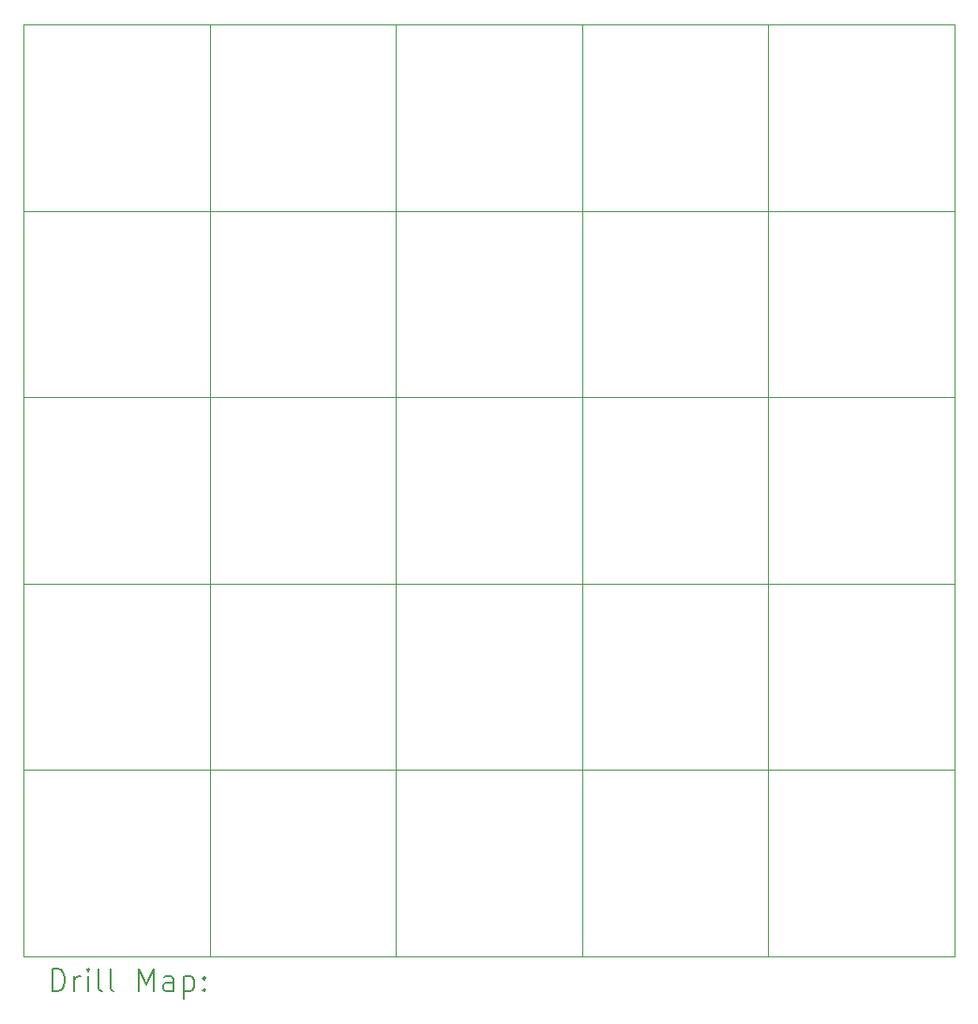
<source format=gbr>
%TF.GenerationSoftware,KiCad,Pcbnew,7.0.9*%
%TF.CreationDate,2024-07-27T16:50:55+02:00*%
%TF.ProjectId,Nutzen,4e75747a-656e-42e6-9b69-6361645f7063,rev?*%
%TF.SameCoordinates,Original*%
%TF.FileFunction,Drillmap*%
%TF.FilePolarity,Positive*%
%FSLAX45Y45*%
G04 Gerber Fmt 4.5, Leading zero omitted, Abs format (unit mm)*
G04 Created by KiCad (PCBNEW 7.0.9) date 2024-07-27 16:50:55*
%MOMM*%
%LPD*%
G01*
G04 APERTURE LIST*
%ADD10C,0.100000*%
%ADD11C,0.200000*%
G04 APERTURE END LIST*
D10*
X11070000Y-6580000D02*
X9390000Y-6580000D01*
X9390000Y-8260000D02*
X11070000Y-8260000D01*
X9390000Y-8260000D02*
X9390000Y-9940000D01*
X11070000Y-11620000D02*
X11070000Y-9940000D01*
X12750000Y-4900000D02*
X14430000Y-4900000D01*
X9390000Y-4900000D02*
X9390000Y-6580000D01*
X7710000Y-4900000D02*
X7710000Y-6580000D01*
X9390000Y-3220000D02*
X7710000Y-3220000D01*
X14430000Y-3220000D02*
X14430000Y-4900000D01*
X11070000Y-8260000D02*
X12750000Y-8260000D01*
X12750000Y-8260000D02*
X12750000Y-6580000D01*
X12750000Y-8260000D02*
X12750000Y-9940000D01*
X12750000Y-9940000D02*
X12750000Y-11620000D01*
X7710000Y-8260000D02*
X7710000Y-9940000D01*
X14430000Y-6580000D02*
X16110000Y-6580000D01*
X14430000Y-6580000D02*
X14430000Y-8260000D01*
X7710000Y-4900000D02*
X9390000Y-4900000D01*
X9390000Y-8260000D02*
X9390000Y-6580000D01*
X7710000Y-8260000D02*
X9390000Y-8260000D01*
X14430000Y-4900000D02*
X14430000Y-3220000D01*
X12750000Y-4900000D02*
X12750000Y-3220000D01*
X11070000Y-4900000D02*
X11070000Y-6580000D01*
X12750000Y-4900000D02*
X11070000Y-4900000D01*
X16110000Y-6580000D02*
X16110000Y-4900000D01*
X11070000Y-9940000D02*
X12750000Y-9940000D01*
X9390000Y-4900000D02*
X7710000Y-4900000D01*
X12750000Y-6580000D02*
X12750000Y-8260000D01*
X11070000Y-6580000D02*
X11070000Y-4900000D01*
X12750000Y-8260000D02*
X14430000Y-8260000D01*
X12750000Y-6580000D02*
X11070000Y-6580000D01*
X12750000Y-3220000D02*
X12750000Y-4900000D01*
X9390000Y-6580000D02*
X9390000Y-4900000D01*
X12750000Y-11620000D02*
X12750000Y-9940000D01*
X14430000Y-8260000D02*
X14430000Y-9940000D01*
X14430000Y-9940000D02*
X12750000Y-9940000D01*
X9390000Y-4900000D02*
X11070000Y-4900000D01*
X16110000Y-3220000D02*
X14430000Y-3220000D01*
X12750000Y-9940000D02*
X11070000Y-9940000D01*
X12750000Y-3220000D02*
X11070000Y-3220000D01*
X12750000Y-4900000D02*
X12750000Y-6580000D01*
X14430000Y-11620000D02*
X14430000Y-9940000D01*
X11070000Y-11620000D02*
X12750000Y-11620000D01*
X9390000Y-3220000D02*
X9390000Y-4900000D01*
X12750000Y-11620000D02*
X14430000Y-11620000D01*
X11070000Y-8260000D02*
X11070000Y-9940000D01*
X16110000Y-4900000D02*
X16110000Y-3220000D01*
X9390000Y-6580000D02*
X11070000Y-6580000D01*
X9390000Y-6580000D02*
X7710000Y-6580000D01*
X16110000Y-6580000D02*
X14430000Y-6580000D01*
X12750000Y-9940000D02*
X14430000Y-9940000D01*
X16110000Y-4900000D02*
X14430000Y-4900000D01*
X11070000Y-6580000D02*
X11070000Y-8260000D01*
X14430000Y-9940000D02*
X14430000Y-8260000D01*
X14430000Y-9940000D02*
X14430000Y-11620000D01*
X9390000Y-8260000D02*
X7710000Y-8260000D01*
X11070000Y-8260000D02*
X11070000Y-6580000D01*
X7710000Y-9940000D02*
X7710000Y-11620000D01*
X7710000Y-9940000D02*
X9390000Y-9940000D01*
X12750000Y-9940000D02*
X12750000Y-8260000D01*
X11070000Y-4900000D02*
X9390000Y-4900000D01*
X14430000Y-8260000D02*
X14430000Y-6580000D01*
X14430000Y-4900000D02*
X16110000Y-4900000D01*
X7710000Y-3220000D02*
X7710000Y-4900000D01*
X14430000Y-6580000D02*
X14430000Y-4900000D01*
X11070000Y-3220000D02*
X9390000Y-3220000D01*
X11070000Y-6580000D02*
X12750000Y-6580000D01*
X9390000Y-9940000D02*
X11070000Y-9940000D01*
X9390000Y-9940000D02*
X7710000Y-9940000D01*
X9390000Y-11620000D02*
X9390000Y-9940000D01*
X14430000Y-9940000D02*
X16110000Y-9940000D01*
X11070000Y-9940000D02*
X9390000Y-9940000D01*
X16110000Y-11620000D02*
X16110000Y-9940000D01*
X12750000Y-6580000D02*
X12750000Y-4900000D01*
X11070000Y-9940000D02*
X11070000Y-11620000D01*
X14430000Y-8260000D02*
X12750000Y-8260000D01*
X14430000Y-3220000D02*
X12750000Y-3220000D01*
X14430000Y-6580000D02*
X12750000Y-6580000D01*
X16110000Y-8260000D02*
X14430000Y-8260000D01*
X12750000Y-6580000D02*
X14430000Y-6580000D01*
X9390000Y-9940000D02*
X9390000Y-8260000D01*
X7710000Y-6580000D02*
X9390000Y-6580000D01*
X16110000Y-9940000D02*
X14430000Y-9940000D01*
X16110000Y-8260000D02*
X16110000Y-6580000D01*
X12750000Y-8260000D02*
X11070000Y-8260000D01*
X11070000Y-3220000D02*
X11070000Y-4900000D01*
X11070000Y-8260000D02*
X9390000Y-8260000D01*
X9390000Y-9940000D02*
X9390000Y-11620000D01*
X7710000Y-11620000D02*
X9390000Y-11620000D01*
X16110000Y-9940000D02*
X16110000Y-8260000D01*
X14430000Y-4900000D02*
X12750000Y-4900000D01*
X14430000Y-11620000D02*
X16110000Y-11620000D01*
X9390000Y-4900000D02*
X9390000Y-3220000D01*
X14430000Y-4900000D02*
X14430000Y-6580000D01*
X7710000Y-6580000D02*
X7710000Y-8260000D01*
X11070000Y-9940000D02*
X11070000Y-8260000D01*
X9390000Y-11620000D02*
X11070000Y-11620000D01*
X14430000Y-8260000D02*
X16110000Y-8260000D01*
X11070000Y-4900000D02*
X12750000Y-4900000D01*
X9390000Y-6580000D02*
X9390000Y-8260000D01*
X11070000Y-4900000D02*
X11070000Y-3220000D01*
D11*
X7965777Y-11936484D02*
X7965777Y-11736484D01*
X7965777Y-11736484D02*
X8013396Y-11736484D01*
X8013396Y-11736484D02*
X8041967Y-11746008D01*
X8041967Y-11746008D02*
X8061015Y-11765055D01*
X8061015Y-11765055D02*
X8070539Y-11784103D01*
X8070539Y-11784103D02*
X8080062Y-11822198D01*
X8080062Y-11822198D02*
X8080062Y-11850769D01*
X8080062Y-11850769D02*
X8070539Y-11888865D01*
X8070539Y-11888865D02*
X8061015Y-11907912D01*
X8061015Y-11907912D02*
X8041967Y-11926960D01*
X8041967Y-11926960D02*
X8013396Y-11936484D01*
X8013396Y-11936484D02*
X7965777Y-11936484D01*
X8165777Y-11936484D02*
X8165777Y-11803150D01*
X8165777Y-11841246D02*
X8175301Y-11822198D01*
X8175301Y-11822198D02*
X8184824Y-11812674D01*
X8184824Y-11812674D02*
X8203872Y-11803150D01*
X8203872Y-11803150D02*
X8222920Y-11803150D01*
X8289586Y-11936484D02*
X8289586Y-11803150D01*
X8289586Y-11736484D02*
X8280062Y-11746008D01*
X8280062Y-11746008D02*
X8289586Y-11755531D01*
X8289586Y-11755531D02*
X8299110Y-11746008D01*
X8299110Y-11746008D02*
X8289586Y-11736484D01*
X8289586Y-11736484D02*
X8289586Y-11755531D01*
X8413396Y-11936484D02*
X8394348Y-11926960D01*
X8394348Y-11926960D02*
X8384824Y-11907912D01*
X8384824Y-11907912D02*
X8384824Y-11736484D01*
X8518158Y-11936484D02*
X8499110Y-11926960D01*
X8499110Y-11926960D02*
X8489586Y-11907912D01*
X8489586Y-11907912D02*
X8489586Y-11736484D01*
X8746729Y-11936484D02*
X8746729Y-11736484D01*
X8746729Y-11736484D02*
X8813396Y-11879341D01*
X8813396Y-11879341D02*
X8880063Y-11736484D01*
X8880063Y-11736484D02*
X8880063Y-11936484D01*
X9061015Y-11936484D02*
X9061015Y-11831722D01*
X9061015Y-11831722D02*
X9051491Y-11812674D01*
X9051491Y-11812674D02*
X9032444Y-11803150D01*
X9032444Y-11803150D02*
X8994348Y-11803150D01*
X8994348Y-11803150D02*
X8975301Y-11812674D01*
X9061015Y-11926960D02*
X9041967Y-11936484D01*
X9041967Y-11936484D02*
X8994348Y-11936484D01*
X8994348Y-11936484D02*
X8975301Y-11926960D01*
X8975301Y-11926960D02*
X8965777Y-11907912D01*
X8965777Y-11907912D02*
X8965777Y-11888865D01*
X8965777Y-11888865D02*
X8975301Y-11869817D01*
X8975301Y-11869817D02*
X8994348Y-11860293D01*
X8994348Y-11860293D02*
X9041967Y-11860293D01*
X9041967Y-11860293D02*
X9061015Y-11850769D01*
X9156253Y-11803150D02*
X9156253Y-12003150D01*
X9156253Y-11812674D02*
X9175301Y-11803150D01*
X9175301Y-11803150D02*
X9213396Y-11803150D01*
X9213396Y-11803150D02*
X9232444Y-11812674D01*
X9232444Y-11812674D02*
X9241967Y-11822198D01*
X9241967Y-11822198D02*
X9251491Y-11841246D01*
X9251491Y-11841246D02*
X9251491Y-11898388D01*
X9251491Y-11898388D02*
X9241967Y-11917436D01*
X9241967Y-11917436D02*
X9232444Y-11926960D01*
X9232444Y-11926960D02*
X9213396Y-11936484D01*
X9213396Y-11936484D02*
X9175301Y-11936484D01*
X9175301Y-11936484D02*
X9156253Y-11926960D01*
X9337205Y-11917436D02*
X9346729Y-11926960D01*
X9346729Y-11926960D02*
X9337205Y-11936484D01*
X9337205Y-11936484D02*
X9327682Y-11926960D01*
X9327682Y-11926960D02*
X9337205Y-11917436D01*
X9337205Y-11917436D02*
X9337205Y-11936484D01*
X9337205Y-11812674D02*
X9346729Y-11822198D01*
X9346729Y-11822198D02*
X9337205Y-11831722D01*
X9337205Y-11831722D02*
X9327682Y-11822198D01*
X9327682Y-11822198D02*
X9337205Y-11812674D01*
X9337205Y-11812674D02*
X9337205Y-11831722D01*
M02*

</source>
